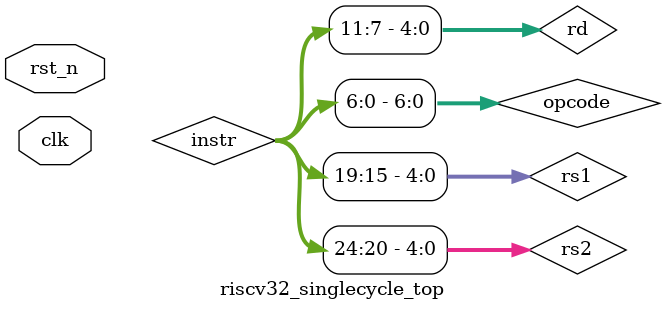
<source format=v>

module riscv32_singlecycle_top (
    input  wire clk,
    input  wire rst_n
);

    //=============================================================
    // 1) Program Counter (PC)
    //=============================================================
    wire [31:0] pc_current;
    wire [31:0] pc_next;

    pc_reg u_pc_reg (
        .clk        (clk),
        .rst_n      (rst_n),
        .pc_next    (pc_next),
        .pc_current (pc_current)
    );

    //=============================================================
    // 2) Instruction Fetch (IMEM)
    //=============================================================
    wire [31:0] instr;

    imem u_imem (
        .addr  (pc_current),
        .instr (instr)
    );

    //=============================================================
    // 3) Extract instruction fields
    //=============================================================
    wire [6:0] opcode;
    wire [4:0] rd;
    wire [2:0] funct3;
    wire [4:0] rs1;
    wire [4:0] rs2;
    wire [6:0] funct7;

    assign opcode = instr[6:0];
    assign rd     = instr[11:7];
    assign funct3 = instr[14:12];
    assign rs1    = instr[19:15];
    assign rs2    = instr[24:20];
    assign funct7 = instr[31:25];

    //=============================================================
    // 4) Controller (Main Decoder)
    //=============================================================
    wire        reg_write;
    wire [2:0]  wb_sel;

    wire        alu_src;
    wire [1:0]  alu_op;
    wire        use_pc_as_alu_a;

    wire        mem_read;
    wire        mem_write;

    wire        branch;
    wire        jump;
    wire        jalr;

    decoder_controller u_decoder_controller (
        .opcode           (opcode),
        .funct3           (funct3),
        .funct7           (funct7),

        .reg_write        (reg_write),
        .wb_sel           (wb_sel),

        .alu_src          (alu_src),
        .alu_op           (alu_op),
        .use_pc_as_alu_a  (use_pc_as_alu_a),

        .mem_read         (mem_read),
        .mem_write        (mem_write),

        .branch           (branch),
        .jump             (jump),
        .jalr             (jalr)
    );

    //=============================================================
    // 5) Register File (with reset)
    //=============================================================
    wire [31:0] rs1_val;
    wire [31:0] rs2_val;
    wire [31:0] wb_data;

    regfile u_regfile (
        .clk   (clk),
        .rst_n (rst_n),
        .we    (reg_write),
        .rs1   (rs1),
        .rs2   (rs2),
        .rd    (rd),
        .wd    (wb_data),
        .rd1   (rs1_val),
        .rd2   (rs2_val)
    );

    //=============================================================
    // 6) Immediate Generator (I/S/B/U/J)
    //=============================================================
    wire [31:0] imm_i;
    wire [31:0] imm_s;
    wire [31:0] imm_b;
    wire [31:0] imm_u;
    wire [31:0] imm_j;

    imm_gen u_imm_gen (
        .instr (instr),
        .imm_i (imm_i),
        .imm_s (imm_s),
        .imm_b (imm_b),
        .imm_u (imm_u),
        .imm_j (imm_j)
    );

    //=============================================================
    // 7) ALU Control
    //=============================================================
    wire [3:0] alu_ctrl;

    alu_control u_alu_control (
        .alu_op   (alu_op),
        .funct3   (funct3),
        .funct7   (funct7),
        .alu_ctrl (alu_ctrl)
    );

    //=============================================================
    // 8) ALU Operand Selection
    //=============================================================
    wire [31:0] alu_in_a;
    wire [31:0] alu_in_b;

    // ALU A selection:
    //   - Normally rs1
    //   - For AUIPC, use PC
    assign alu_in_a = (use_pc_as_alu_a) ? pc_current : rs1_val;

    // ALU B selection:
    //   - Normally rs2
    //   - For immediate-based ops, use immediate
    //
    // IMPORTANT:
    //   STORE uses imm_s, not imm_i
    //
    wire [31:0] selected_imm;

    assign selected_imm =
        (opcode == 7'b0100011) ? imm_s : // STORE
                                imm_i;  // LOAD, OP-IMM, JALR

    assign alu_in_b = (alu_src) ? selected_imm : rs2_val;

    //=============================================================
    // 9) ALU Execution
    //=============================================================
    wire [31:0] alu_result;
    wire        alu_zero;
    wire        alu_negative;
    wire        alu_carry;
    wire        alu_overflow;

    alu u_alu (
        .A          (alu_in_a),
        .B          (alu_in_b),
        .ALUControl (alu_ctrl),
        .Result     (alu_result),
        .Carry      (alu_carry),
        .OverFlow   (alu_overflow),
        .Zero       (alu_zero),
        .Negative   (alu_negative)
    );

    //=============================================================
    // 10) Branch Unit (Condition Evaluation)
    //=============================================================
    wire take_branch;

    branch_unit u_branch_unit (
        .funct3      (funct3),
        .rs1_val     (rs1_val),
        .rs2_val     (rs2_val),
        .take_branch (take_branch)
    );

    //=============================================================
    // 11) Data Memory (DMEM) - Single-cycle friendly
    //=============================================================
    wire [31:0] mem_data;

    dmem #(
        .DEPTH(256)
    ) u_dmem (
        .clk        (clk),
        .mem_read   (mem_read),
        .mem_write  (mem_write),
        .addr       (alu_result),
        .write_data (rs2_val),
        .read_data  (mem_data)
    );

    //=============================================================
    // 12) PC Next Logic
    //=============================================================
    wire [31:0] pc_plus4;

    pc_next_logic u_pc_next_logic (
        .pc_current  (pc_current),
        .rs1_val     (rs1_val),
        .imm_i       (imm_i),
        .imm_b       (imm_b),
        .imm_j       (imm_j),
        .branch      (branch),
        .take_branch (take_branch),
        .jump        (jump),
        .jalr        (jalr),
        .pc_next     (pc_next),
        .pc_plus4    (pc_plus4)
    );

    //=============================================================
    // 13) Writeback Mux
    //=============================================================
    // AUIPC requires PC + imm_u
    wire [31:0] pc_plus_imm_u;
    assign pc_plus_imm_u = pc_current + imm_u;

    wb_mux u_wb_mux (
        .wb_sel      (wb_sel),
        .alu_result  (alu_result),
        .mem_data    (mem_data),
        .pc_plus4    (pc_plus4),
        .u_imm       (imm_u),
        .pc_plus_imm (pc_plus_imm_u),
        .wb_data     (wb_data)
    );

endmodule

</source>
